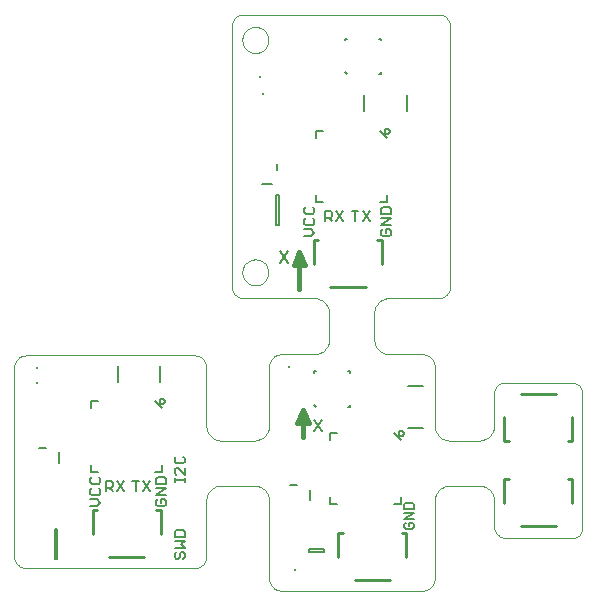
<source format=gto>
G75*
%MOIN*%
%OFA0B0*%
%FSLAX24Y24*%
%IPPOS*%
%LPD*%
%AMOC8*
5,1,8,0,0,1.08239X$1,22.5*
%
%ADD10C,0.0000*%
%ADD11C,0.0060*%
%ADD12C,0.0050*%
%ADD13C,0.0160*%
%ADD14C,0.0070*%
%ADD15C,0.0100*%
%ADD16R,0.0098X0.0098*%
%ADD17C,0.0080*%
D10*
X000794Y001150D02*
X006412Y001150D01*
X006451Y001152D01*
X006489Y001158D01*
X006526Y001167D01*
X006563Y001180D01*
X006598Y001197D01*
X006631Y001216D01*
X006662Y001239D01*
X006691Y001265D01*
X006717Y001294D01*
X006740Y001325D01*
X006759Y001358D01*
X006776Y001393D01*
X006789Y001430D01*
X006798Y001467D01*
X006804Y001505D01*
X006806Y001544D01*
X006806Y003400D01*
X006808Y003444D01*
X006814Y003487D01*
X006823Y003530D01*
X006836Y003571D01*
X006853Y003612D01*
X006873Y003650D01*
X006897Y003687D01*
X006923Y003722D01*
X006953Y003754D01*
X006985Y003783D01*
X007020Y003810D01*
X007056Y003833D01*
X007095Y003853D01*
X007135Y003870D01*
X007177Y003883D01*
X007220Y003892D01*
X007263Y003898D01*
X007306Y003900D01*
X008369Y003900D01*
X008368Y003900D02*
X008411Y003899D01*
X008453Y003895D01*
X008495Y003888D01*
X008537Y003877D01*
X008577Y003863D01*
X008616Y003845D01*
X008653Y003824D01*
X008688Y003801D01*
X008722Y003774D01*
X008753Y003745D01*
X008781Y003713D01*
X008807Y003679D01*
X008830Y003643D01*
X008850Y003605D01*
X008867Y003566D01*
X008880Y003526D01*
X008890Y003484D01*
X008897Y003442D01*
X008900Y003400D01*
X008900Y000794D01*
X008902Y000755D01*
X008908Y000717D01*
X008917Y000680D01*
X008930Y000643D01*
X008947Y000608D01*
X008966Y000575D01*
X008989Y000544D01*
X009015Y000515D01*
X009044Y000489D01*
X009075Y000466D01*
X009108Y000447D01*
X009143Y000430D01*
X009180Y000417D01*
X009217Y000408D01*
X009255Y000402D01*
X009294Y000400D01*
X014018Y000400D01*
X014057Y000402D01*
X014095Y000408D01*
X014132Y000417D01*
X014169Y000430D01*
X014204Y000447D01*
X014237Y000466D01*
X014268Y000489D01*
X014297Y000515D01*
X014323Y000544D01*
X014346Y000575D01*
X014365Y000608D01*
X014382Y000643D01*
X014395Y000680D01*
X014404Y000717D01*
X014410Y000755D01*
X014412Y000794D01*
X014412Y003400D01*
X014415Y003444D01*
X014422Y003488D01*
X014432Y003531D01*
X014446Y003574D01*
X014464Y003614D01*
X014485Y003653D01*
X014510Y003690D01*
X014538Y003725D01*
X014568Y003757D01*
X014602Y003787D01*
X014637Y003813D01*
X014675Y003836D01*
X014715Y003856D01*
X014757Y003872D01*
X014799Y003885D01*
X014843Y003894D01*
X014887Y003899D01*
X014932Y003900D01*
X014931Y003900D02*
X015869Y003900D01*
X015868Y003900D02*
X015911Y003899D01*
X015953Y003895D01*
X015995Y003888D01*
X016037Y003877D01*
X016077Y003863D01*
X016116Y003845D01*
X016153Y003824D01*
X016188Y003801D01*
X016222Y003774D01*
X016253Y003745D01*
X016281Y003713D01*
X016307Y003679D01*
X016330Y003643D01*
X016350Y003605D01*
X016367Y003566D01*
X016380Y003526D01*
X016390Y003484D01*
X016397Y003442D01*
X016400Y003400D01*
X016400Y002544D01*
X016402Y002505D01*
X016408Y002467D01*
X016417Y002430D01*
X016430Y002393D01*
X016447Y002358D01*
X016466Y002325D01*
X016489Y002294D01*
X016515Y002265D01*
X016544Y002239D01*
X016575Y002216D01*
X016608Y002197D01*
X016643Y002180D01*
X016680Y002167D01*
X016717Y002158D01*
X016755Y002152D01*
X016794Y002150D01*
X019006Y002150D01*
X019018Y002150D01*
X019006Y002150D02*
X019041Y002152D01*
X019075Y002157D01*
X019108Y002166D01*
X019141Y002179D01*
X019172Y002194D01*
X019201Y002213D01*
X019227Y002235D01*
X019252Y002260D01*
X019274Y002286D01*
X019293Y002315D01*
X019308Y002346D01*
X019321Y002379D01*
X019330Y002412D01*
X019335Y002446D01*
X019337Y002481D01*
X019337Y006999D01*
X019335Y007034D01*
X019330Y007068D01*
X019321Y007101D01*
X019308Y007134D01*
X019293Y007165D01*
X019274Y007194D01*
X019252Y007220D01*
X019227Y007245D01*
X019201Y007267D01*
X019172Y007286D01*
X019141Y007301D01*
X019108Y007314D01*
X019075Y007323D01*
X019041Y007328D01*
X019006Y007330D01*
X016731Y007330D01*
X016696Y007328D01*
X016662Y007323D01*
X016629Y007314D01*
X016596Y007301D01*
X016566Y007286D01*
X016536Y007267D01*
X016510Y007245D01*
X016485Y007220D01*
X016463Y007194D01*
X016444Y007165D01*
X016429Y007134D01*
X016416Y007101D01*
X016407Y007068D01*
X016402Y007034D01*
X016400Y006999D01*
X016400Y005900D01*
X016397Y005858D01*
X016390Y005816D01*
X016380Y005774D01*
X016367Y005734D01*
X016350Y005695D01*
X016330Y005657D01*
X016307Y005621D01*
X016281Y005587D01*
X016253Y005555D01*
X016222Y005526D01*
X016188Y005499D01*
X016153Y005476D01*
X016116Y005455D01*
X016077Y005437D01*
X016037Y005423D01*
X015995Y005412D01*
X015953Y005405D01*
X015911Y005401D01*
X015868Y005400D01*
X015869Y005400D02*
X014931Y005400D01*
X014932Y005400D02*
X014887Y005401D01*
X014843Y005406D01*
X014799Y005415D01*
X014757Y005428D01*
X014715Y005444D01*
X014675Y005464D01*
X014637Y005487D01*
X014602Y005513D01*
X014568Y005543D01*
X014538Y005575D01*
X014510Y005610D01*
X014485Y005647D01*
X014464Y005686D01*
X014446Y005726D01*
X014432Y005769D01*
X014422Y005812D01*
X014415Y005856D01*
X014412Y005900D01*
X014412Y007880D01*
X014410Y007919D01*
X014404Y007957D01*
X014395Y007994D01*
X014382Y008031D01*
X014365Y008066D01*
X014346Y008099D01*
X014323Y008130D01*
X014297Y008159D01*
X014268Y008185D01*
X014237Y008208D01*
X014204Y008227D01*
X014169Y008244D01*
X014132Y008257D01*
X014095Y008266D01*
X014057Y008272D01*
X014018Y008274D01*
X012900Y008274D01*
X012857Y008277D01*
X012815Y008284D01*
X012774Y008294D01*
X012733Y008307D01*
X012694Y008324D01*
X012656Y008344D01*
X012620Y008367D01*
X012587Y008393D01*
X012555Y008421D01*
X012526Y008453D01*
X012499Y008486D01*
X012475Y008521D01*
X012455Y008559D01*
X012437Y008598D01*
X012423Y008638D01*
X012412Y008679D01*
X012405Y008721D01*
X012401Y008763D01*
X012400Y008806D01*
X012400Y009619D01*
X012400Y009618D02*
X012401Y009663D01*
X012405Y009708D01*
X012414Y009752D01*
X012426Y009796D01*
X012442Y009838D01*
X012462Y009878D01*
X012485Y009917D01*
X012511Y009954D01*
X012540Y009988D01*
X012573Y010019D01*
X012607Y010048D01*
X012645Y010073D01*
X012684Y010095D01*
X012725Y010113D01*
X012767Y010128D01*
X012811Y010139D01*
X012855Y010146D01*
X012900Y010150D01*
X014537Y010150D01*
X014576Y010152D01*
X014614Y010158D01*
X014651Y010167D01*
X014688Y010180D01*
X014723Y010197D01*
X014756Y010216D01*
X014787Y010239D01*
X014816Y010265D01*
X014842Y010294D01*
X014865Y010325D01*
X014884Y010358D01*
X014901Y010393D01*
X014914Y010430D01*
X014923Y010467D01*
X014929Y010505D01*
X014931Y010544D01*
X014931Y019218D01*
X014930Y019218D02*
X014927Y019256D01*
X014921Y019294D01*
X014911Y019330D01*
X014898Y019366D01*
X014881Y019400D01*
X014861Y019432D01*
X014838Y019462D01*
X014812Y019490D01*
X014784Y019515D01*
X014753Y019537D01*
X014720Y019556D01*
X014685Y019572D01*
X014649Y019584D01*
X014612Y019593D01*
X014575Y019598D01*
X014537Y019599D01*
X008044Y019599D01*
X008043Y019599D02*
X008005Y019598D01*
X007968Y019593D01*
X007931Y019584D01*
X007895Y019572D01*
X007860Y019556D01*
X007827Y019537D01*
X007796Y019515D01*
X007768Y019490D01*
X007742Y019462D01*
X007719Y019432D01*
X007699Y019400D01*
X007682Y019366D01*
X007669Y019330D01*
X007659Y019294D01*
X007653Y019256D01*
X007650Y019218D01*
X007650Y010544D01*
X007652Y010505D01*
X007658Y010467D01*
X007667Y010430D01*
X007680Y010393D01*
X007697Y010358D01*
X007716Y010325D01*
X007739Y010294D01*
X007765Y010265D01*
X007794Y010239D01*
X007825Y010216D01*
X007858Y010197D01*
X007893Y010180D01*
X007930Y010167D01*
X007967Y010158D01*
X008005Y010152D01*
X008044Y010150D01*
X010400Y010150D01*
X010442Y010147D01*
X010484Y010140D01*
X010526Y010130D01*
X010566Y010117D01*
X010605Y010100D01*
X010643Y010080D01*
X010679Y010057D01*
X010713Y010031D01*
X010745Y010003D01*
X010774Y009972D01*
X010801Y009938D01*
X010824Y009903D01*
X010845Y009866D01*
X010863Y009827D01*
X010877Y009787D01*
X010888Y009745D01*
X010895Y009703D01*
X010899Y009661D01*
X010900Y009618D01*
X010900Y009619D02*
X010900Y008806D01*
X010899Y008763D01*
X010895Y008721D01*
X010888Y008679D01*
X010877Y008638D01*
X010863Y008598D01*
X010845Y008559D01*
X010825Y008521D01*
X010801Y008486D01*
X010774Y008453D01*
X010745Y008421D01*
X010713Y008393D01*
X010680Y008367D01*
X010644Y008344D01*
X010606Y008324D01*
X010567Y008307D01*
X010526Y008294D01*
X010485Y008284D01*
X010443Y008277D01*
X010400Y008274D01*
X009294Y008274D01*
X009255Y008272D01*
X009217Y008266D01*
X009180Y008257D01*
X009143Y008244D01*
X009108Y008227D01*
X009075Y008208D01*
X009044Y008185D01*
X009015Y008159D01*
X008989Y008130D01*
X008966Y008099D01*
X008947Y008066D01*
X008930Y008031D01*
X008917Y007994D01*
X008908Y007957D01*
X008902Y007919D01*
X008900Y007880D01*
X008900Y005900D01*
X008897Y005858D01*
X008890Y005816D01*
X008880Y005774D01*
X008867Y005734D01*
X008850Y005695D01*
X008830Y005657D01*
X008807Y005621D01*
X008781Y005587D01*
X008753Y005555D01*
X008722Y005526D01*
X008688Y005499D01*
X008653Y005476D01*
X008616Y005455D01*
X008577Y005437D01*
X008537Y005423D01*
X008495Y005412D01*
X008453Y005405D01*
X008411Y005401D01*
X008368Y005400D01*
X008369Y005400D02*
X007306Y005400D01*
X007263Y005402D01*
X007220Y005408D01*
X007177Y005417D01*
X007135Y005430D01*
X007095Y005447D01*
X007056Y005467D01*
X007020Y005490D01*
X006985Y005517D01*
X006953Y005546D01*
X006923Y005578D01*
X006897Y005613D01*
X006873Y005650D01*
X006853Y005688D01*
X006836Y005729D01*
X006823Y005770D01*
X006814Y005813D01*
X006808Y005856D01*
X006806Y005900D01*
X006806Y007843D01*
X006804Y007882D01*
X006798Y007920D01*
X006789Y007957D01*
X006776Y007994D01*
X006759Y008029D01*
X006740Y008062D01*
X006717Y008093D01*
X006691Y008122D01*
X006662Y008148D01*
X006631Y008171D01*
X006598Y008190D01*
X006563Y008207D01*
X006526Y008220D01*
X006489Y008229D01*
X006451Y008235D01*
X006412Y008237D01*
X000794Y008237D01*
X000755Y008235D01*
X000717Y008229D01*
X000680Y008220D01*
X000643Y008207D01*
X000608Y008190D01*
X000575Y008171D01*
X000544Y008148D01*
X000515Y008122D01*
X000489Y008093D01*
X000466Y008062D01*
X000447Y008029D01*
X000430Y007994D01*
X000417Y007957D01*
X000408Y007920D01*
X000402Y007882D01*
X000400Y007843D01*
X000400Y001544D01*
X000402Y001505D01*
X000408Y001467D01*
X000417Y001430D01*
X000430Y001393D01*
X000447Y001358D01*
X000466Y001325D01*
X000489Y001294D01*
X000515Y001265D01*
X000544Y001239D01*
X000575Y001216D01*
X000608Y001197D01*
X000643Y001180D01*
X000680Y001167D01*
X000717Y001158D01*
X000755Y001152D01*
X000794Y001150D01*
X008900Y007880D02*
X008900Y007900D01*
X008004Y011006D02*
X008006Y011047D01*
X008012Y011088D01*
X008022Y011128D01*
X008035Y011167D01*
X008052Y011204D01*
X008073Y011240D01*
X008097Y011274D01*
X008124Y011305D01*
X008153Y011333D01*
X008186Y011359D01*
X008220Y011381D01*
X008257Y011400D01*
X008295Y011415D01*
X008335Y011427D01*
X008375Y011435D01*
X008416Y011439D01*
X008458Y011439D01*
X008499Y011435D01*
X008539Y011427D01*
X008579Y011415D01*
X008617Y011400D01*
X008653Y011381D01*
X008688Y011359D01*
X008721Y011333D01*
X008750Y011305D01*
X008777Y011274D01*
X008801Y011240D01*
X008822Y011204D01*
X008839Y011167D01*
X008852Y011128D01*
X008862Y011088D01*
X008868Y011047D01*
X008870Y011006D01*
X008868Y010965D01*
X008862Y010924D01*
X008852Y010884D01*
X008839Y010845D01*
X008822Y010808D01*
X008801Y010772D01*
X008777Y010738D01*
X008750Y010707D01*
X008721Y010679D01*
X008688Y010653D01*
X008654Y010631D01*
X008617Y010612D01*
X008579Y010597D01*
X008539Y010585D01*
X008499Y010577D01*
X008458Y010573D01*
X008416Y010573D01*
X008375Y010577D01*
X008335Y010585D01*
X008295Y010597D01*
X008257Y010612D01*
X008221Y010631D01*
X008186Y010653D01*
X008153Y010679D01*
X008124Y010707D01*
X008097Y010738D01*
X008073Y010772D01*
X008052Y010808D01*
X008035Y010845D01*
X008022Y010884D01*
X008012Y010924D01*
X008006Y010965D01*
X008004Y011006D01*
X008004Y018755D02*
X008006Y018796D01*
X008012Y018837D01*
X008022Y018877D01*
X008035Y018916D01*
X008052Y018953D01*
X008073Y018989D01*
X008097Y019023D01*
X008124Y019054D01*
X008153Y019082D01*
X008186Y019108D01*
X008220Y019130D01*
X008257Y019149D01*
X008295Y019164D01*
X008335Y019176D01*
X008375Y019184D01*
X008416Y019188D01*
X008458Y019188D01*
X008499Y019184D01*
X008539Y019176D01*
X008579Y019164D01*
X008617Y019149D01*
X008653Y019130D01*
X008688Y019108D01*
X008721Y019082D01*
X008750Y019054D01*
X008777Y019023D01*
X008801Y018989D01*
X008822Y018953D01*
X008839Y018916D01*
X008852Y018877D01*
X008862Y018837D01*
X008868Y018796D01*
X008870Y018755D01*
X008868Y018714D01*
X008862Y018673D01*
X008852Y018633D01*
X008839Y018594D01*
X008822Y018557D01*
X008801Y018521D01*
X008777Y018487D01*
X008750Y018456D01*
X008721Y018428D01*
X008688Y018402D01*
X008654Y018380D01*
X008617Y018361D01*
X008579Y018346D01*
X008539Y018334D01*
X008499Y018326D01*
X008458Y018322D01*
X008416Y018322D01*
X008375Y018326D01*
X008335Y018334D01*
X008295Y018346D01*
X008257Y018361D01*
X008221Y018380D01*
X008186Y018402D01*
X008153Y018428D01*
X008124Y018456D01*
X008097Y018487D01*
X008073Y018521D01*
X008052Y018557D01*
X008035Y018594D01*
X008022Y018633D01*
X008012Y018673D01*
X008006Y018714D01*
X008004Y018755D01*
D11*
X009119Y013588D02*
X009119Y012588D01*
X009213Y012588D01*
X009213Y013588D01*
X009119Y013588D01*
X010061Y013118D02*
X010061Y013005D01*
X010118Y012948D01*
X010345Y012948D01*
X010401Y013005D01*
X010401Y013118D01*
X010345Y013175D01*
X010118Y013175D02*
X010061Y013118D01*
X010118Y012806D02*
X010061Y012750D01*
X010061Y012636D01*
X010118Y012580D01*
X010345Y012580D01*
X010401Y012636D01*
X010401Y012750D01*
X010345Y012806D01*
X010288Y012438D02*
X010061Y012438D01*
X010061Y012211D02*
X010288Y012211D01*
X010401Y012325D01*
X010288Y012438D01*
X010774Y012711D02*
X010774Y013052D01*
X010944Y013052D01*
X011001Y012995D01*
X011001Y012881D01*
X010944Y012825D01*
X010774Y012825D01*
X010887Y012825D02*
X011001Y012711D01*
X011142Y012711D02*
X011369Y013052D01*
X011142Y013052D02*
X011369Y012711D01*
X011762Y012711D02*
X011762Y013052D01*
X011649Y013052D02*
X011876Y013052D01*
X012017Y013052D02*
X012244Y012711D01*
X012017Y012711D02*
X012244Y013052D01*
X012623Y013118D02*
X012623Y012948D01*
X012964Y012948D01*
X012964Y013118D01*
X012907Y013175D01*
X012680Y013175D01*
X012623Y013118D01*
X012623Y012806D02*
X012964Y012806D01*
X012623Y012580D01*
X012964Y012580D01*
X012907Y012438D02*
X012794Y012438D01*
X012794Y012325D01*
X012907Y012438D02*
X012964Y012381D01*
X012964Y012268D01*
X012907Y012211D01*
X012680Y012211D01*
X012623Y012268D01*
X012623Y012381D01*
X012680Y012438D01*
X006032Y004864D02*
X006089Y004808D01*
X006089Y004694D01*
X006032Y004638D01*
X005805Y004638D01*
X005748Y004694D01*
X005748Y004808D01*
X005805Y004864D01*
X005805Y004496D02*
X005748Y004439D01*
X005748Y004326D01*
X005805Y004269D01*
X005748Y004137D02*
X005748Y004024D01*
X005748Y004080D02*
X006089Y004080D01*
X006089Y004024D02*
X006089Y004137D01*
X006089Y004269D02*
X005862Y004496D01*
X005805Y004496D01*
X006089Y004496D02*
X006089Y004269D01*
X005464Y004118D02*
X005464Y003948D01*
X005123Y003948D01*
X005123Y004118D01*
X005180Y004175D01*
X005407Y004175D01*
X005464Y004118D01*
X005464Y003806D02*
X005123Y003806D01*
X004931Y003711D02*
X004705Y004052D01*
X004563Y004052D02*
X004336Y004052D01*
X004450Y004052D02*
X004450Y003711D01*
X004705Y003711D02*
X004931Y004052D01*
X005123Y003580D02*
X005464Y003806D01*
X005464Y003580D02*
X005123Y003580D01*
X005180Y003438D02*
X005123Y003381D01*
X005123Y003268D01*
X005180Y003211D01*
X005407Y003211D01*
X005464Y003268D01*
X005464Y003381D01*
X005407Y003438D01*
X005294Y003438D01*
X005294Y003325D01*
X005805Y002425D02*
X005748Y002368D01*
X005748Y002198D01*
X006089Y002198D01*
X006089Y002368D01*
X006032Y002425D01*
X005805Y002425D01*
X005748Y002056D02*
X006089Y002056D01*
X005975Y001943D01*
X006089Y001830D01*
X005748Y001830D01*
X005805Y001688D02*
X005748Y001631D01*
X005748Y001518D01*
X005805Y001461D01*
X005862Y001461D01*
X005919Y001518D01*
X005919Y001631D01*
X005975Y001688D01*
X006032Y001688D01*
X006089Y001631D01*
X006089Y001518D01*
X006032Y001461D01*
X004056Y003711D02*
X003830Y004052D01*
X003688Y003995D02*
X003688Y003881D01*
X003631Y003825D01*
X003461Y003825D01*
X003575Y003825D02*
X003688Y003711D01*
X003830Y003711D02*
X004056Y004052D01*
X003688Y003995D02*
X003631Y004052D01*
X003461Y004052D01*
X003461Y003711D01*
X003276Y003750D02*
X003220Y003806D01*
X003276Y003750D02*
X003276Y003636D01*
X003220Y003580D01*
X002993Y003580D01*
X002936Y003636D01*
X002936Y003750D01*
X002993Y003806D01*
X002993Y003948D02*
X003220Y003948D01*
X003276Y004005D01*
X003276Y004118D01*
X003220Y004175D01*
X002993Y004175D02*
X002936Y004118D01*
X002936Y004005D01*
X002993Y003948D01*
X002936Y003438D02*
X003163Y003438D01*
X003276Y003325D01*
X003163Y003211D01*
X002936Y003211D01*
X001838Y002463D02*
X001744Y002463D01*
X001744Y001463D01*
X001838Y001463D01*
X001838Y002463D01*
X010213Y001775D02*
X010213Y001681D01*
X010713Y001681D01*
X010713Y001775D01*
X010213Y001775D01*
D12*
X013408Y002508D02*
X013460Y002456D01*
X013667Y002456D01*
X013719Y002508D01*
X013719Y002611D01*
X013667Y002663D01*
X013564Y002663D01*
X013564Y002560D01*
X013460Y002663D02*
X013408Y002611D01*
X013408Y002508D01*
X013408Y002788D02*
X013719Y002995D01*
X013408Y002995D01*
X013408Y003119D02*
X013408Y003274D01*
X013460Y003326D01*
X013667Y003326D01*
X013719Y003274D01*
X013719Y003119D01*
X013408Y003119D01*
X013408Y002788D02*
X013719Y002788D01*
X013213Y005644D02*
X013215Y005662D01*
X013221Y005679D01*
X013230Y005695D01*
X013242Y005709D01*
X013256Y005719D01*
X013273Y005727D01*
X013291Y005731D01*
X013309Y005731D01*
X013327Y005727D01*
X013343Y005719D01*
X013358Y005709D01*
X013370Y005695D01*
X013379Y005679D01*
X013385Y005662D01*
X013387Y005644D01*
X013385Y005626D01*
X013379Y005609D01*
X013370Y005593D01*
X013358Y005579D01*
X013344Y005569D01*
X013327Y005561D01*
X013309Y005557D01*
X013291Y005557D01*
X013273Y005561D01*
X013257Y005569D01*
X013242Y005579D01*
X013230Y005593D01*
X013221Y005609D01*
X013215Y005626D01*
X013213Y005644D01*
X005244Y006706D02*
X005246Y006724D01*
X005252Y006741D01*
X005261Y006757D01*
X005273Y006771D01*
X005287Y006781D01*
X005304Y006789D01*
X005322Y006793D01*
X005340Y006793D01*
X005358Y006789D01*
X005374Y006781D01*
X005389Y006771D01*
X005401Y006757D01*
X005410Y006741D01*
X005416Y006724D01*
X005418Y006706D01*
X005416Y006688D01*
X005410Y006671D01*
X005401Y006655D01*
X005389Y006641D01*
X005375Y006631D01*
X005358Y006623D01*
X005340Y006619D01*
X005322Y006619D01*
X005304Y006623D01*
X005288Y006631D01*
X005273Y006641D01*
X005261Y006655D01*
X005252Y006671D01*
X005246Y006688D01*
X005244Y006706D01*
X012744Y015706D02*
X012746Y015724D01*
X012752Y015741D01*
X012761Y015757D01*
X012773Y015771D01*
X012787Y015781D01*
X012804Y015789D01*
X012822Y015793D01*
X012840Y015793D01*
X012858Y015789D01*
X012874Y015781D01*
X012889Y015771D01*
X012901Y015757D01*
X012910Y015741D01*
X012916Y015724D01*
X012918Y015706D01*
X012916Y015688D01*
X012910Y015671D01*
X012901Y015655D01*
X012889Y015641D01*
X012875Y015631D01*
X012858Y015623D01*
X012840Y015619D01*
X012822Y015619D01*
X012804Y015623D01*
X012788Y015631D01*
X012773Y015641D01*
X012761Y015655D01*
X012752Y015671D01*
X012746Y015688D01*
X012744Y015706D01*
D13*
X009900Y011681D02*
X010088Y011244D01*
X009713Y011244D01*
X009900Y011681D01*
X009900Y010463D01*
X010025Y006431D02*
X010213Y005994D01*
X009838Y005994D01*
X010025Y006431D01*
X010025Y005525D01*
D14*
X010396Y005704D02*
X010649Y006084D01*
X010396Y006084D02*
X010649Y005704D01*
X009524Y011329D02*
X009271Y011709D01*
X009524Y011709D02*
X009271Y011329D01*
D15*
X010394Y011284D02*
X010394Y012081D01*
X010541Y012081D01*
X010934Y010508D02*
X012116Y010508D01*
X012656Y011284D02*
X012656Y012081D01*
X012509Y012081D01*
X017278Y006949D02*
X018459Y006949D01*
X019000Y006172D02*
X019000Y005375D01*
X018853Y005375D01*
X018853Y004112D02*
X019000Y004112D01*
X019000Y003316D01*
X018459Y002539D02*
X017278Y002539D01*
X016738Y003316D02*
X016738Y004112D01*
X016884Y004112D01*
X016884Y005375D02*
X016738Y005375D01*
X016738Y006172D01*
X013469Y002331D02*
X013322Y002331D01*
X013469Y002331D02*
X013469Y001534D01*
X012928Y000758D02*
X011747Y000758D01*
X011206Y001534D02*
X011206Y002331D01*
X011353Y002331D01*
X005281Y002284D02*
X005281Y003081D01*
X005134Y003081D01*
X004741Y001508D02*
X003559Y001508D01*
X003019Y002284D02*
X003019Y003081D01*
X003166Y003081D01*
D16*
X001163Y007306D03*
X001163Y007806D03*
X009570Y007838D03*
X009775Y001101D03*
X008699Y016963D03*
X008601Y017525D03*
D17*
X010469Y015706D02*
X010705Y015706D01*
X010469Y015706D02*
X010469Y015470D01*
X009157Y014631D02*
X009157Y014419D01*
X009007Y013965D02*
X008668Y013965D01*
X010469Y013580D02*
X010469Y013344D01*
X010705Y013344D01*
X012595Y013344D02*
X012831Y013344D01*
X012831Y013580D01*
X012831Y015470D02*
X012595Y015706D01*
X012066Y016394D02*
X012066Y016906D01*
X012556Y017622D02*
X012616Y017622D01*
X012616Y017681D01*
X013484Y016906D02*
X013484Y016394D01*
X011494Y017622D02*
X011434Y017681D01*
X011434Y018744D02*
X011434Y018803D01*
X011494Y018803D01*
X012556Y018803D02*
X012616Y018803D01*
X012616Y018744D01*
X005265Y007875D02*
X005265Y007363D01*
X005095Y006706D02*
X005331Y006470D01*
X003848Y007363D02*
X003848Y007875D01*
X003205Y006706D02*
X002969Y006706D01*
X002969Y006470D01*
X001898Y005007D02*
X001898Y004668D01*
X001443Y005157D02*
X001232Y005157D01*
X002969Y004580D02*
X002969Y004344D01*
X003205Y004344D01*
X005095Y004344D02*
X005331Y004344D01*
X005331Y004580D01*
X009607Y003907D02*
X009818Y003907D01*
X010273Y003757D02*
X010273Y003418D01*
X010938Y003518D02*
X010938Y003281D01*
X011174Y003281D01*
X013064Y003281D02*
X013300Y003281D01*
X013300Y003518D01*
X013300Y005407D02*
X013064Y005644D01*
X013519Y005816D02*
X014031Y005816D01*
X014031Y007234D02*
X013519Y007234D01*
X011584Y007650D02*
X011584Y007709D01*
X011525Y007709D01*
X010462Y007709D02*
X010403Y007709D01*
X010403Y007650D01*
X010403Y006587D02*
X010462Y006528D01*
X010938Y005644D02*
X011174Y005644D01*
X010938Y005644D02*
X010938Y005407D01*
X011525Y006528D02*
X011584Y006528D01*
X011584Y006587D01*
M02*

</source>
